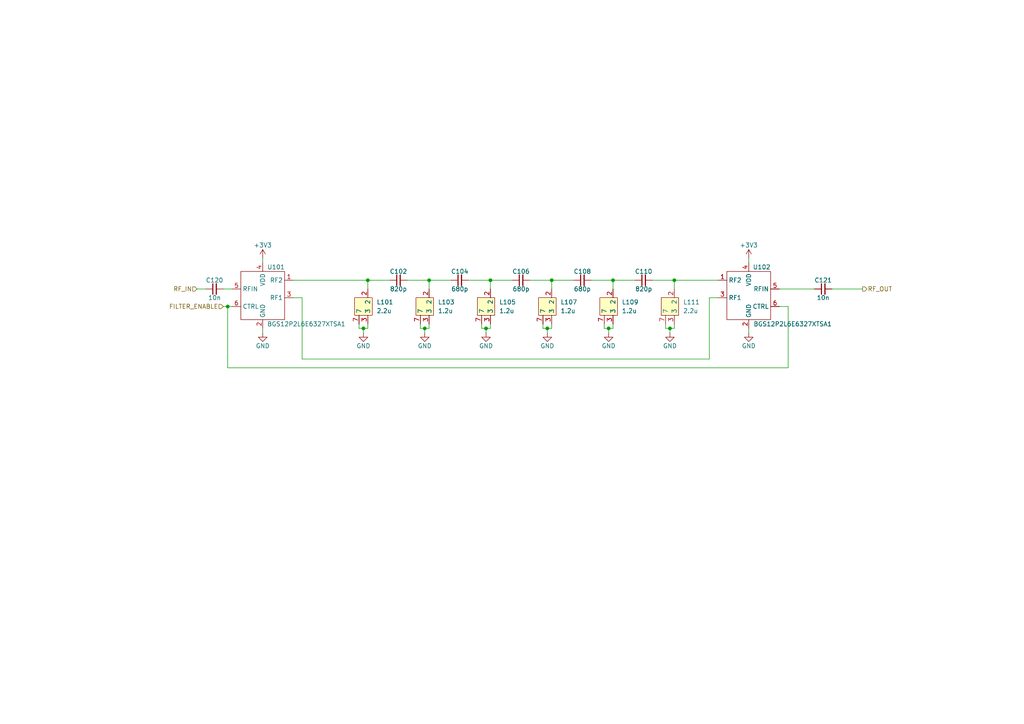
<source format=kicad_sch>
(kicad_sch (version 20211123) (generator eeschema)
  (paper "A4")
  (lib_symbols
    (symbol "Device:C_Small" (pin_numbers hide) (pin_names (offset 0.254) hide)
      (property "Reference" "C" (at 0.254 1.778 0))
      (property "Value" "C_Small" (at 0.254 -2.032 0))
      (symbol "C_Small_0_1"
        (polyline (pts (xy -1.524 -0.508) (xy 1.524 -0.508)) (stroke (width 0.3302)))
        (polyline (pts (xy -1.524 0.508) (xy 1.524 0.508)) (stroke (width 0.3048)))
      )
      (symbol "C_Small_1_1"
        (pin passive line (at 0 2.54 270) (length 2.032) (name "~") (number "1"))
        (pin passive line (at 0 -2.54 90) (length 2.032) (name "~") (number "2"))
      )
    )
    (symbol "frontEnd:BGS12P2L6E6327XTSA1"
      (property "Reference" "U" (at 7.62 6.35 0))
      (property "Value" "BGS12P2L6E6327XTSA1" (at 19.05 -11.43 0))
      (symbol "BGS12P2L6E6327XTSA1_0_1"
        (rectangle (start 0 5.08) (end 12.7 -8.89))
      )
      (symbol "BGS12P2L6E6327XTSA1_1_1"
        (pin input line (at 15.24 2.54 180) (length 2.54) (name "RF2") (number "1"))
        (pin input line (at 6.35 -11.43 90) (length 2.54) (name "GND") (number "2"))
        (pin input line (at 15.24 -2.54 180) (length 2.54) (name "RF1") (number "3"))
        (pin input line (at 6.35 7.62 270) (length 2.54) (name "VDD") (number "4"))
        (pin input line (at -2.54 0 0) (length 2.54) (name "RFIN") (number "5"))
        (pin input line (at -2.54 -5.08 0) (length 2.54) (name "CTRL") (number "6"))
      )
    )
    (symbol "frontEnd:TOKO_10K"
      (property "Reference" "L" (at 0 2.54 0))
      (property "Value" "TOKO_10K" (at 0 -5.08 0))
      (symbol "TOKO_10K_0_1"
        (rectangle (start -2.54 1.27) (end 2.54 -3.81) (fill (type background)))
      )
      (symbol "TOKO_10K_1_1"
        (pin input line (at -5.08 0 0) (length 2.54) (name "2") (number "2"))
        (pin input line (at 5.08 0 180) (length 2.54) (name "3") (number "3"))
        (pin input line (at 5.08 -2.54 180) (length 2.54) (name "7") (number "7"))
      )
    )
    (symbol "power:+3V3" (power) (pin_names (offset 0))
      (property "Value" "+3V3" (at 0 3.556 0))
      (symbol "+3V3_0_1"
        (polyline (pts (xy -0.762 1.27) (xy 0 2.54)))
        (polyline (pts (xy 0 0) (xy 0 2.54)))
        (polyline (pts (xy 0 2.54) (xy 0.762 1.27)))
      )
      (symbol "+3V3_1_1"
        (pin power_in line (at 0 0 90) (length 0) hide (name "+3V3") (number "1"))
      )
    )
    (symbol "power:GND" (power) (pin_names (offset 0))
      (property "Value" "GND" (at 0 -3.81 0))
      (symbol "GND_0_1"
        (polyline (pts (xy 0 0) (xy 0 -1.27) (xy 1.27 -1.27) (xy 0 -2.54) (xy -1.27 -1.27) (xy 0 -1.27)))
      )
      (symbol "GND_1_1"
        (pin power_in line (at 0 0 270) (length 0) hide (name "GND") (number "1"))
      )
    )
  )
  (junction (at 123.19 95.25))
  (junction (at 176.53 95.25))
  (junction (at 195.58 81.28))
  (junction (at 158.75 95.25))
  (junction (at 106.68 81.28))
  (junction (at 124.46 81.28))
  (junction (at 177.8 81.28))
  (junction (at 66.04 88.9))
  (junction (at 105.41 95.25))
  (junction (at 194.31 95.25))
  (junction (at 142.24 81.28))
  (junction (at 140.97 95.25))
  (junction (at 160.02 81.28))
  (wire (pts (xy 140.97 95.25) (xy 142.24 95.25)))
  (wire (pts (xy 205.74 86.36) (xy 208.28 86.36)))
  (wire (pts (xy 124.46 81.28) (xy 124.46 83.82)))
  (wire (pts (xy 64.77 88.9) (xy 66.04 88.9)))
  (wire (pts (xy 189.23 81.28) (xy 195.58 81.28)))
  (wire (pts (xy 176.53 95.25) (xy 176.53 96.52)))
  (wire (pts (xy 105.41 95.25) (xy 106.68 95.25)))
  (wire (pts (xy 124.46 81.28) (xy 130.81 81.28)))
  (wire (pts (xy 76.2 95.25) (xy 76.2 96.52)))
  (wire (pts (xy 160.02 81.28) (xy 160.02 83.82)))
  (wire (pts (xy 106.68 81.28) (xy 113.03 81.28)))
  (wire (pts (xy 106.68 93.98) (xy 106.68 95.25)))
  (wire (pts (xy 87.63 86.36) (xy 87.63 104.14)))
  (wire (pts (xy 194.31 95.25) (xy 195.58 95.25)))
  (wire (pts (xy 195.58 93.98) (xy 195.58 95.25)))
  (wire (pts (xy 118.11 81.28) (xy 124.46 81.28)))
  (wire (pts (xy 142.24 81.28) (xy 142.24 83.82)))
  (wire (pts (xy 106.68 81.28) (xy 106.68 83.82)))
  (wire (pts (xy 205.74 104.14) (xy 205.74 86.36)))
  (wire (pts (xy 195.58 81.28) (xy 208.28 81.28)))
  (wire (pts (xy 66.04 88.9) (xy 66.04 106.68)))
  (wire (pts (xy 142.24 93.98) (xy 142.24 95.25)))
  (wire (pts (xy 175.26 95.25) (xy 176.53 95.25)))
  (wire (pts (xy 57.15 83.82) (xy 59.69 83.82)))
  (wire (pts (xy 176.53 95.25) (xy 177.8 95.25)))
  (wire (pts (xy 193.04 95.25) (xy 194.31 95.25)))
  (wire (pts (xy 105.41 95.25) (xy 105.41 96.52)))
  (wire (pts (xy 124.46 93.98) (xy 124.46 95.25)))
  (wire (pts (xy 171.45 81.28) (xy 177.8 81.28)))
  (wire (pts (xy 64.77 83.82) (xy 67.31 83.82)))
  (wire (pts (xy 139.7 93.98) (xy 139.7 95.25)))
  (wire (pts (xy 66.04 106.68) (xy 228.6 106.68)))
  (wire (pts (xy 153.67 81.28) (xy 160.02 81.28)))
  (wire (pts (xy 175.26 93.98) (xy 175.26 95.25)))
  (wire (pts (xy 66.04 88.9) (xy 67.31 88.9)))
  (wire (pts (xy 194.31 95.25) (xy 194.31 96.52)))
  (wire (pts (xy 157.48 93.98) (xy 157.48 95.25)))
  (wire (pts (xy 142.24 81.28) (xy 148.59 81.28)))
  (wire (pts (xy 87.63 104.14) (xy 205.74 104.14)))
  (wire (pts (xy 158.75 95.25) (xy 160.02 95.25)))
  (wire (pts (xy 177.8 81.28) (xy 184.15 81.28)))
  (wire (pts (xy 85.09 86.36) (xy 87.63 86.36)))
  (wire (pts (xy 177.8 81.28) (xy 177.8 83.82)))
  (wire (pts (xy 228.6 106.68) (xy 228.6 88.9)))
  (wire (pts (xy 140.97 95.25) (xy 140.97 96.52)))
  (wire (pts (xy 139.7 95.25) (xy 140.97 95.25)))
  (wire (pts (xy 217.17 95.25) (xy 217.17 96.52)))
  (wire (pts (xy 177.8 93.98) (xy 177.8 95.25)))
  (wire (pts (xy 157.48 95.25) (xy 158.75 95.25)))
  (wire (pts (xy 135.89 81.28) (xy 142.24 81.28)))
  (wire (pts (xy 158.75 95.25) (xy 158.75 96.52)))
  (wire (pts (xy 104.14 93.98) (xy 104.14 95.25)))
  (wire (pts (xy 193.04 93.98) (xy 193.04 95.25)))
  (wire (pts (xy 123.19 95.25) (xy 124.46 95.25)))
  (wire (pts (xy 241.3 83.82) (xy 250.19 83.82)))
  (wire (pts (xy 123.19 95.25) (xy 123.19 96.52)))
  (wire (pts (xy 226.06 83.82) (xy 236.22 83.82)))
  (wire (pts (xy 121.92 95.25) (xy 123.19 95.25)))
  (wire (pts (xy 195.58 81.28) (xy 195.58 83.82)))
  (wire (pts (xy 228.6 88.9) (xy 226.06 88.9)))
  (wire (pts (xy 217.17 74.93) (xy 217.17 76.2)))
  (wire (pts (xy 76.2 74.93) (xy 76.2 76.2)))
  (wire (pts (xy 160.02 93.98) (xy 160.02 95.25)))
  (wire (pts (xy 160.02 81.28) (xy 166.37 81.28)))
  (wire (pts (xy 104.14 95.25) (xy 105.41 95.25)))
  (wire (pts (xy 85.09 81.28) (xy 106.68 81.28)))
  (wire (pts (xy 121.92 93.98) (xy 121.92 95.25)))
  (hierarchical_label "RF_IN" (shape input) (at 57.15 83.82 180))
  (hierarchical_label "RF_OUT" (shape output) (at 250.19 83.82 0))
  (hierarchical_label "FILTER_ENABLE" (shape input) (at 64.77 88.9 180))
  (symbol (lib_id "power:GND") (at 105.41 96.52 0) (unit 1)
    (property "Reference" "#PWR?" (effects hide))
    (property "Value" "GND" (at 105.41 100.33 0))
  )
  (symbol (lib_id "power:GND") (at 217.17 96.52 0) (unit 1)
    (property "Reference" "#PWR?" (effects hide))
    (property "Value" "GND" (at 217.17 100.33 0))
  )
  (symbol (lib_id "frontEnd:BGS12P2L6E6327XTSA1") (at 69.85 83.82 0) (unit 1)
    (property "Reference" "U101" (at 77.47 77.47 0) (effects (justify left)))
    (property "Value" "BGS12P2L6E6327XTSA1" (at 77.47 93.98 0) (effects (justify left)))
  )
  (symbol (lib_id "power:GND") (at 176.53 96.52 0) (unit 1)
    (property "Reference" "#PWR?" (effects hide))
    (property "Value" "GND" (at 176.53 100.33 0))
  )
  (symbol (lib_id "frontEnd:TOKO_10K") (at 106.68 88.9 270) (unit 1)
    (property "Reference" "L101" (at 109.22 87.6299 90) (effects (justify left)))
    (property "Value" "2.2u" (at 109.22 90.1699 90) (effects (justify left)))
    (property "Footprint" "frontEnd:TOKO_10K" (effects hide))
  )
  (symbol (lib_id "Device:C_Small") (at 133.35 81.28 90) (unit 1)
    (property "Reference" "C104" (at 133.35 78.74 90))
    (property "Value" "680p" (at 133.35 83.82 90))
    (property "Footprint" "Capacitor_SMD:C_0805_2012Metric" (effects hide))
  )
  (symbol (lib_id "frontEnd:TOKO_10K") (at 195.58 88.9 270) (unit 1)
    (property "Reference" "L111" (at 198.12 87.6299 90) (effects (justify left)))
    (property "Value" "2.2u" (at 198.12 90.1699 90) (effects (justify left)))
    (property "Footprint" "frontEnd:TOKO_10K" (effects hide))
  )
  (symbol (lib_id "Device:C_Small") (at 168.91 81.28 90) (unit 1)
    (property "Reference" "C108" (at 168.91 78.74 90))
    (property "Value" "680p" (at 168.91 83.82 90))
    (property "Footprint" "Capacitor_SMD:C_0805_2012Metric" (effects hide))
  )
  (symbol (lib_id "power:GND") (at 158.75 96.52 0) (unit 1)
    (property "Reference" "#PWR?" (effects hide))
    (property "Value" "GND" (at 158.75 100.33 0))
  )
  (symbol (lib_id "power:GND") (at 123.19 96.52 0) (unit 1)
    (property "Reference" "#PWR?" (effects hide))
    (property "Value" "GND" (at 123.19 100.33 0))
  )
  (symbol (lib_id "frontEnd:TOKO_10K") (at 160.02 88.9 270) (unit 1)
    (property "Reference" "L107" (at 162.56 87.6299 90) (effects (justify left)))
    (property "Value" "1.2u" (at 162.56 90.1699 90) (effects (justify left)))
    (property "Footprint" "frontEnd:TOKO_10K" (effects hide))
  )
  (symbol (lib_id "frontEnd:TOKO_10K") (at 142.24 88.9 270) (unit 1)
    (property "Reference" "L105" (at 144.78 87.6299 90) (effects (justify left)))
    (property "Value" "1.2u" (at 144.78 90.1699 90) (effects (justify left)))
    (property "Footprint" "frontEnd:TOKO_10K" (effects hide))
  )
  (symbol (lib_id "frontEnd:TOKO_10K") (at 177.8 88.9 270) (unit 1)
    (property "Reference" "L109" (at 180.34 87.6299 90) (effects (justify left)))
    (property "Value" "1.2u" (at 180.34 90.1699 90) (effects (justify left)))
    (property "Footprint" "frontEnd:TOKO_10K" (effects hide))
  )
  (symbol (lib_id "Device:C_Small") (at 186.69 81.28 90) (unit 1)
    (property "Reference" "C110" (at 186.69 78.74 90))
    (property "Value" "820p" (at 186.69 83.82 90))
    (property "Footprint" "Capacitor_SMD:C_0805_2012Metric" (effects hide))
  )
  (symbol (lib_id "power:+3V3") (at 217.17 74.93 0) (unit 1)
    (property "Reference" "#PWR?" (effects hide))
    (property "Value" "+3V3" (at 217.17 71.12 0))
  )
  (symbol (lib_id "power:GND") (at 76.2 96.52 0) (unit 1)
    (property "Reference" "#PWR?" (effects hide))
    (property "Value" "GND" (at 76.2 100.33 0))
  )
  (symbol (lib_id "power:GND") (at 140.97 96.52 0) (unit 1)
    (property "Reference" "#PWR?" (effects hide))
    (property "Value" "GND" (at 140.97 100.33 0))
  )
  (symbol (lib_id "frontEnd:BGS12P2L6E6327XTSA1") (at 223.52 83.82 0) (mirror y) (unit 1)
    (property "Reference" "U102" (at 223.52 77.47 0) (effects (justify left)))
    (property "Value" "BGS12P2L6E6327XTSA1" (at 241.3 93.98 0) (effects (justify left)))
  )
  (symbol (lib_id "Device:C_Small") (at 151.13 81.28 90) (unit 1)
    (property "Reference" "C106" (at 151.13 78.74 90))
    (property "Value" "680p" (at 151.13 83.82 90))
    (property "Footprint" "Capacitor_SMD:C_0805_2012Metric" (effects hide))
  )
  (symbol (lib_id "frontEnd:TOKO_10K") (at 124.46 88.9 270) (unit 1)
    (property "Reference" "L103" (at 127 87.6299 90) (effects (justify left)))
    (property "Value" "1.2u" (at 127 90.1699 90) (effects (justify left)))
    (property "Footprint" "frontEnd:TOKO_10K" (effects hide))
  )
  (symbol (lib_id "Device:C_Small") (at 62.23 83.82 90) (unit 1)
    (property "Reference" "C120" (at 62.23 81.28 90))
    (property "Value" "10n" (at 62.23 86.36 90))
    (property "Footprint" "Capacitor_SMD:C_0805_2012Metric" (effects hide))
  )
  (symbol (lib_id "Device:C_Small") (at 238.76 83.82 90) (unit 1)
    (property "Reference" "C121" (at 238.76 81.28 90))
    (property "Value" "10n" (at 238.76 86.36 90))
    (property "Footprint" "Capacitor_SMD:C_0805_2012Metric" (effects hide))
  )
  (symbol (lib_id "power:+3V3") (at 76.2 74.93 0) (unit 1)
    (property "Reference" "#PWR?" (effects hide))
    (property "Value" "+3V3" (at 76.2 71.12 0))
  )
  (symbol (lib_id "Device:C_Small") (at 115.57 81.28 90) (unit 1)
    (property "Reference" "C102" (at 115.57 78.74 90))
    (property "Value" "820p" (at 115.57 83.82 90))
    (property "Footprint" "Capacitor_SMD:C_0805_2012Metric" (effects hide))
  )
  (symbol (lib_id "power:GND") (at 194.31 96.52 0) (unit 1)
    (property "Reference" "#PWR?" (effects hide))
    (property "Value" "GND" (at 194.31 100.33 0))
  )
)
</source>
